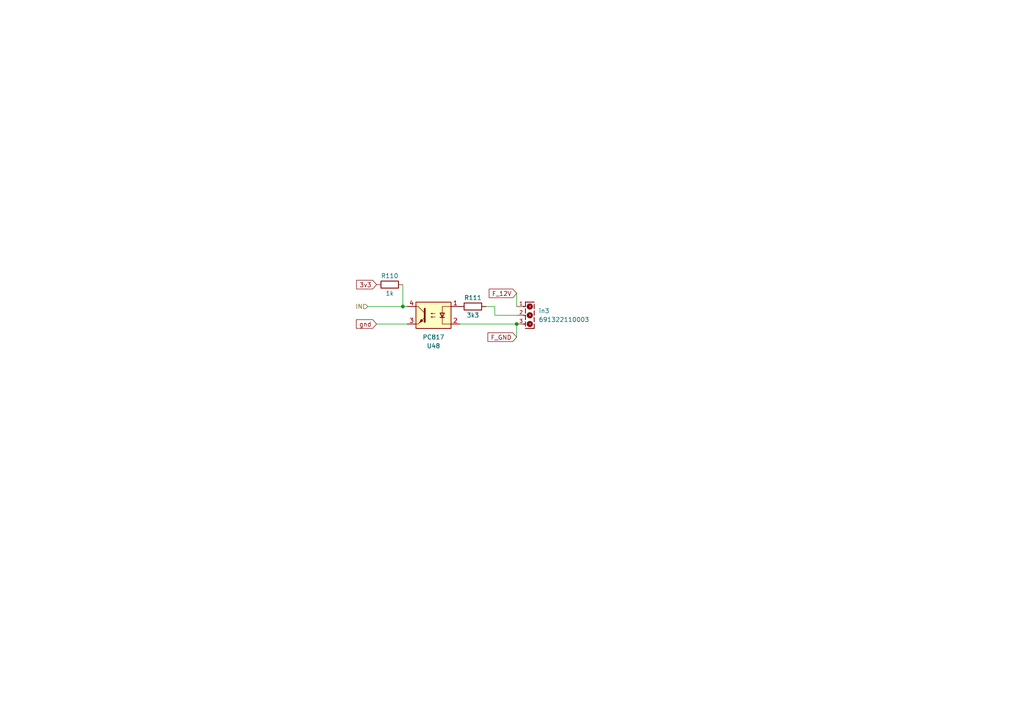
<source format=kicad_sch>
(kicad_sch (version 20250114) (generator "eeschema") (generator_version "9.0")
  (paper "A4")
  (lib_symbols
    (symbol "691322110003:691322110003" (pin_names (offset 1.016))
      (property "Reference" "J" (at -4.99 -1.205 0))
      (symbol "691322110003_0_0"
        (polyline (pts (xy -3.81 0) (xy -3.81 0)) (stroke (width 0.254)))
        (polyline (pts (xy -3.81 0) (xy -3.81 -1.905)) (stroke (width 0.254)))
        (polyline (pts (xy -3.81 -1.905) (xy -3.81 -2.54)) (stroke (width 0.254)))
        (polyline (pts (xy -3.81 -2.54) (xy -2.54 -2.54)) (stroke (width 0.254)))
        (circle (center -2.54 -1.27) (radius 0.254) (stroke (width 0.635)))
        (polyline (pts (xy -2.54 -1.27) (xy -2.54 -1.905)) (stroke (width 0.254)))
        (polyline (pts (xy -2.54 -3.175) (xy -2.54 -2.54)) (stroke (width 0.254)))
        (polyline (pts (xy -1.905 0) (xy -3.175 0)) (stroke (width 0.254)))
        (polyline (pts (xy -1.905 -2.54) (xy -0.635 -2.54)) (stroke (width 0.254)))
        (polyline (pts (xy 0 0) (xy -1.27 0)) (stroke (width 0.254)))
        (polyline (pts (xy 0 -1.27) (xy 0 -1.905)) (stroke (width 0.254)))
        (circle (center 0 -1.27) (radius 0.254) (stroke (width 0.635)))
        (polyline (pts (xy 0 -2.54) (xy 1.27 -2.54)) (stroke (width 0.254)))
        (polyline (pts (xy 0 -3.175) (xy 0 -2.54)) (stroke (width 0.254)))
        (polyline (pts (xy 1.905 0) (xy 0.635 0)) (stroke (width 0.254)))
        (polyline (pts (xy 1.905 -2.54) (xy 3.175 -2.54)) (stroke (width 0.254)))
        (polyline (pts (xy 2.54 -1.27) (xy 2.54 -1.905)) (stroke (width 0.254)))
        (circle (center 2.54 -1.27) (radius 0.254) (stroke (width 0.635)))
        (polyline (pts (xy 2.54 -3.175) (xy 2.54 -2.54)) (stroke (width 0.254)))
        (polyline (pts (xy 3.81 0) (xy 2.54 0)) (stroke (width 0.254)))
        (polyline (pts (xy 3.81 -0.635) (xy 3.81 0)) (stroke (width 0.254)))
        (polyline (pts (xy 3.81 -2.54) (xy 3.81 -0.635)) (stroke (width 0.254)))
        (polyline (pts (xy 3.81 -2.54) (xy 3.81 -2.54)) (stroke (width 0.254)))
        (pin passive line (at -2.54 -5.08 90) (length 2.54) (name "~") (number "1"))
        (pin passive line (at 0 -5.08 90) (length 2.54) (name "~") (number "2"))
        (pin passive line (at 2.54 -5.08 90) (length 2.54) (name "~") (number "3"))
      )
    )
    (symbol "Device:R" (pin_numbers (hide yes)) (pin_names (offset 0))
      (property "Reference" "R" (at 2.032 0 90))
      (property "Value" "R" (at 0 0 90))
      (symbol "R_0_1"
        (rectangle (start -1.016 -2.54) (end 1.016 2.54) (stroke (width 0.254)))
      )
      (symbol "R_1_1"
        (pin passive line (at 0 3.81 270) (length 1.27) (name "~") (number "1"))
        (pin passive line (at 0 -3.81 90) (length 1.27) (name "~") (number "2"))
      )
    )
    (symbol "Isolator:PC817" (pin_names (offset 1.016))
      (property "Reference" "U" (at -5.08 5.08 0))
      (property "Value" "PC817" (at 0 5.08 0))
      (symbol "PC817_0_1"
        (rectangle (start -5.08 3.81) (end 5.08 -3.81) (stroke (width 0.254)) (fill (type background)))
        (polyline (pts (xy -5.08 2.54) (xy -2.54 2.54) (xy -2.54 -0.635)))
        (polyline (pts (xy -3.175 -0.635) (xy -1.905 -0.635)) (stroke (width 0.254)))
        (polyline (pts (xy -2.54 -0.635) (xy -2.54 -2.54) (xy -5.08 -2.54)))
        (polyline (pts (xy -2.54 -0.635) (xy -3.175 0.635) (xy -1.905 0.635) (xy -2.54 -0.635)) (stroke (width 0.254)))
        (polyline (pts (xy -0.508 0.508) (xy 0.762 0.508) (xy 0.381 0.381) (xy 0.381 0.635) (xy 0.762 0.508)))
        (polyline (pts (xy -0.508 -0.508) (xy 0.762 -0.508) (xy 0.381 -0.635) (xy 0.381 -0.381) (xy 0.762 -0.508)))
        (polyline (pts (xy 2.54 1.905) (xy 2.54 -1.905) (xy 2.54 -1.905)) (stroke (width 0.508)))
        (polyline (pts (xy 2.54 0.635) (xy 4.445 2.54)))
        (polyline (pts (xy 3.048 -1.651) (xy 3.556 -1.143) (xy 4.064 -2.159) (xy 3.048 -1.651) (xy 3.048 -1.651)) (fill (type outline)))
        (polyline (pts (xy 4.445 2.54) (xy 5.08 2.54)))
        (polyline (pts (xy 4.445 -2.54) (xy 2.54 -0.635)) (fill (type outline)))
        (polyline (pts (xy 4.445 -2.54) (xy 5.08 -2.54)))
      )
      (symbol "PC817_1_1"
        (pin passive line (at -7.62 2.54 0) (length 2.54) (name "~") (number "1"))
        (pin passive line (at -7.62 -2.54 0) (length 2.54) (name "~") (number "2"))
        (pin passive line (at 7.62 2.54 180) (length 2.54) (name "~") (number "4"))
        (pin passive line (at 7.62 -2.54 180) (length 2.54) (name "~") (number "3"))
      )
    )
  )
  (junction (at 149.86 93.98))
  (junction (at 116.84 88.9))
  (wire (pts (xy 140.97 88.9) (xy 143.51 88.9)))
  (wire (pts (xy 143.51 91.44) (xy 149.86 91.44)))
  (wire (pts (xy 149.86 85.09) (xy 149.86 88.9)))
  (wire (pts (xy 133.35 93.98) (xy 149.86 93.98)))
  (wire (pts (xy 116.84 88.9) (xy 118.11 88.9)))
  (wire (pts (xy 106.68 88.9) (xy 116.84 88.9)))
  (wire (pts (xy 143.51 88.9) (xy 143.51 91.44)))
  (wire (pts (xy 118.11 93.98) (xy 109.22 93.98)))
  (wire (pts (xy 116.84 82.55) (xy 116.84 88.9)))
  (wire (pts (xy 149.86 93.98) (xy 149.86 97.79)))
  (global_label "gnd" (shape input) (at 109.22 93.98 180) (property "Intersheetrefs" "${INTERSHEET_REFS}" (effects (hide yes))))
  (global_label "F_GND" (shape input) (at 149.86 97.79 180) (property "Intersheetrefs" "${INTERSHEET_REFS}" (effects (hide yes))))
  (global_label "3v3" (shape input) (at 109.22 82.55 180) (property "Intersheetrefs" "${INTERSHEET_REFS}" (effects (hide yes))))
  (global_label "F_12V" (shape input) (at 149.86 85.09 180) (property "Intersheetrefs" "${INTERSHEET_REFS}" (effects (hide yes))))
  (hierarchical_label "IN" (shape input) (at 106.68 88.9 180))
  (symbol (lib_id "Device:R") (at 113.03 82.55 90) (unit 1)
    (property "Reference" "R84" (at 113.03 80.01 90))
    (property "Value" "1k" (at 113.03 85.09 90))
    (property "Footprint" "Resistor_SMD:R_1206_3216Metric" (effects (hide yes)))
    (instances (project "rio-motoman" (path "" (reference "R110") (unit 1)) (path "" (reference "R88") (unit 1)) (path "" (reference "R84") (unit 1)) (path "" (reference "R96") (unit 1)) (path "" (reference "R94") (unit 1)) (path "" (reference "R100") (unit 1)) (path "" (reference "R86") (unit 1)) (path "" (reference "R98") (unit 1)) (path "" (reference "R90") (unit 1)) (path "" (reference "R92") (unit 1))))
  )
  (symbol (lib_id "Device:R") (at 137.16 88.9 90) (unit 1)
    (property "Reference" "R85" (at 137.16 86.36 90))
    (property "Value" "3k3" (at 137.16 91.44 90))
    (property "Footprint" "Resistor_SMD:R_1206_3216Metric" (effects (hide yes)))
    (instances (project "rio-motoman" (path "" (reference "R111") (unit 1)) (path "" (reference "R89") (unit 1)) (path "" (reference "R85") (unit 1)) (path "" (reference "R97") (unit 1)) (path "" (reference "R95") (unit 1)) (path "" (reference "R101") (unit 1)) (path "" (reference "R87") (unit 1)) (path "" (reference "R99") (unit 1)) (path "" (reference "R91") (unit 1)) (path "" (reference "R93") (unit 1))))
  )
  (symbol (lib_id "691322110003:691322110003") (at 154.94 91.44 270) (unit 1)
    (property "Reference" "ref0" (at 156.21 90.1699 90) (effects (justify left)))
    (property "Value" "691322110003" (at 156.21 92.7099 90) (effects (justify left)))
    (property "Footprint" "kicad-lbr:691322110003" (effects (hide yes)))
    (property "MF" "Würth Elektronik" (effects (hide yes)))
    (property "Description_1" "\n3221; 3.5mm Pitch Straight Pluggable Term Block, PCB Header, Through Hole, 3 Way | Wurth Electronics 691322110003\n" (effects (hide yes)))
    (property "Package" "None" (effects (hide yes)))
    (property "Purchase-URL" "https://www.snapeda.com/api/url_track_click_mouser/?unipart_id=4961070&manufacturer=Würth Elektronik&part_name=691322110003&search_term=None" (effects (hide yes)))
    (property "MOUNT" "THT" (effects (hide yes)))
    (property "IR-VDE" "10.5A" (effects (hide yes)))
    (property "IR-UL" "10A" (effects (hide yes)))
    (property "VALUE" "691322110003" (effects (hide yes)))
    (property "Availability" "In Stock" (effects (hide yes)))
    (property "WORKING-VOLTAGE-UL" "300V (AC)" (effects (hide yes)))
    (property "PART-NUMBER" "691322110003" (effects (hide yes)))
    (property "SnapEDA_Link" "https://www.snapeda.com/parts/691322110003/Wurth+Elektronik/view-part/?ref=snap" (effects (hide yes)))
    (property "DATASHEET-URL" "https://www.we-online.com/redexpert/spec/691322110003?ae" (effects (hide yes)))
    (property "MP" "691322110003" (effects (hide yes)))
    (property "PITCH" "3.5mm" (effects (hide yes)))
    (property "PINS" "3" (effects (hide yes)))
    (property "WORKING-VOLTAGE-VDE" "300V (AC)" (effects (hide yes)))
    (property "TYPE" "Horizontal" (effects (hide yes)))
    (property "Price" "None" (effects (hide yes)))
    (property "Check_prices" "https://www.snapeda.com/parts/691322110003/Wurth+Elektronik/view-part/?ref=eda" (effects (hide yes)))
    (instances (project "rio-motoman" (path "" (reference "in3") (unit 1)) (path "" (reference "ref2") (unit 1)) (path "" (reference "ref0") (unit 1)) (path "" (reference "in0") (unit 1)) (path "" (reference "ref5") (unit 1)) (path "" (reference "in2") (unit 1)) (path "" (reference "ref1") (unit 1)) (path "" (reference "in1") (unit 1)) (path "" (reference "ref3") (unit 1)) (path "" (reference "ref4") (unit 1))))
  )
  (symbol (lib_id "Isolator:PC817") (at 125.73 91.44 0) (mirror y) (unit 1)
    (property "Reference" "U35" (at 125.73 100.33 0))
    (property "Value" "PC817" (at 125.73 97.79 0))
    (property "Footprint" "Package_DIP:DIP-4_W7.62mm" (effects (hide yes)))
    (property "Datasheet" "http://www.soselectronic.cz/a_info/resource/d/pc817.pdf" (effects (hide yes)))
    (instances (project "rio-motoman" (path "" (reference "U48") (unit 1)) (path "" (reference "U37") (unit 1)) (path "" (reference "U35") (unit 1)) (path "" (reference "U41") (unit 1)) (path "" (reference "U40") (unit 1)) (path "" (reference "U43") (unit 1)) (path "" (reference "U36") (unit 1)) (path "" (reference "U42") (unit 1)) (path "" (reference "U38") (unit 1)) (path "" (reference "U39") (unit 1))))
  )
)
</source>
